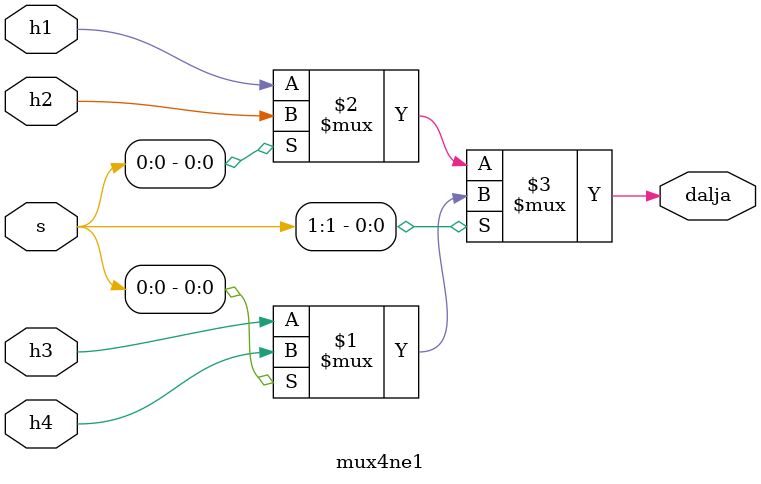
<source format=v>
`timescale 1ns / 1ps


module mux4ne1(
input wire h1,
input wire h2,
input wire h3,
input wire h4,
input wire [1:0] s,
output wire dalja
    );
    
assign dalja=s[1]?(s[0]?h4:h3):(s[0]?h2:h1);    
    
endmodule

</source>
